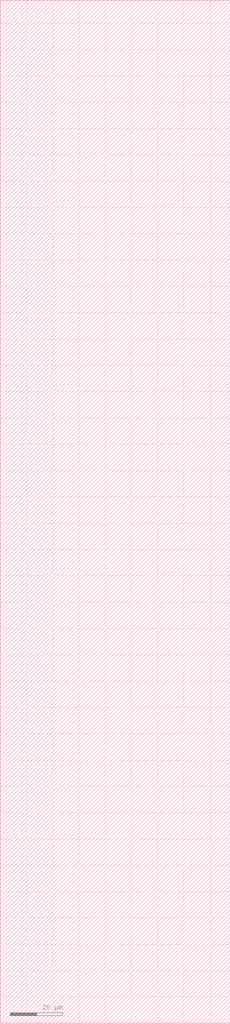
<source format=lef>
MACRO MAS4439
     SIZE 53.300 BY 196.200 ;
END MAS4439

MACRO MAS4440
     SIZE 54.600 BY 67.500 ;
END MAS4440

MACRO MAS4441
     SIZE 34.100 BY 36.900 ;
END MAS4441

MACRO MAS4447
     SIZE 32.300 BY 44.100 ;
END MAS4447

MACRO MAS4448
     SIZE 53.300 BY 134.100 ;
END MAS4448

MACRO MAS4449
     SIZE 34.100 BY 36.900 ;
END MAS4449

MACRO MAS4453
     SIZE 73.700 BY 90.900 ;
END MAS4453

MACRO MAS4454
     SIZE 64.400 BY 66.600 ;
END MAS4454

MACRO MAS4455
     SIZE 32.100 BY 32.400 ;
END MAS4455

MACRO MAS4457
     SIZE 31.500 BY 144.000 ;
END MAS4457

MACRO MAS4459
     SIZE 100.900 BY 90.900 ;
END MAS4459

MACRO MAS4460
     SIZE 64.400 BY 66.600 ;
END MAS4460

MACRO MAS4461
     SIZE 29.400 BY 27.000 ;
END MAS4461

MACRO MAS4463
     SIZE 73.700 BY 90.900 ;
END MAS4463

MACRO MAS4464
     SIZE 32.100 BY 32.400 ;
END MAS4464

MACRO MAS4466
     SIZE 100.900 BY 90.900 ;
END MAS4466

MACRO MAS4467
     SIZE 29.400 BY 27.000 ;
END MAS4467

MACRO MAS4469
     SIZE 100.900 BY 90.000 ;
END MAS4469

MACRO MAS4470
     SIZE 64.400 BY 67.500 ;
END MAS4470

MACRO MAS4471
     SIZE 29.400 BY 27.900 ;
END MAS4471

MACRO MAS4472
     SIZE 73.700 BY 90.000 ;
END MAS4472

MACRO MAS4473
     SIZE 32.100 BY 31.500 ;
END MAS4473

MACRO MAS4474
     SIZE 100.900 BY 90.000 ;
END MAS4474

MACRO MAS4476
     SIZE 100.900 BY 90.000 ;
END MAS4476

MACRO MAS4477
     SIZE 73.700 BY 90.000 ;
END MAS4477

MACRO MAS4478
     SIZE 32.100 BY 31.500 ;
END MAS4478

MACRO MAS4479
     SIZE 100.900 BY 90.000 ;
END MAS4479

MACRO MAS4483
     SIZE 31.500 BY 243.900 ;
END MAS4483

MACRO MAS4484
     SIZE 31.500 BY 243.900 ;
END MAS4484

MACRO MAS4489
     SIZE 87.600 BY 387.900 ;
END MAS4489

MACRO MAS4490
     SIZE 54.600 BY 67.500 ;
END MAS4490

MACRO MAS4491
     SIZE 23.200 BY 29.700 ;
END MAS4491

MACRO MAS4492
     SIZE 87.600 BY 387.900 ;
END MAS4492

MACRO MAS4493
     SIZE 23.200 BY 29.700 ;
END MAS4493

MACRO MAS4494
     SIZE 87.600 BY 388.800 ;
END MAS4494

MACRO MAS4495
     SIZE 23.200 BY 29.700 ;
END MAS4495

MACRO MAS4496
     SIZE 87.600 BY 387.000 ;
END MAS4496

MACRO MAS4497
     SIZE 87.600 BY 387.900 ;
END MAS4497

MACRO MAS4498
     SIZE 87.600 BY 387.900 ;
END MAS4498

MACRO MAS4499
     SIZE 23.200 BY 29.700 ;
END MAS4499

MACRO MAS4500
     SIZE 87.600 BY 388.800 ;
END MAS4500

MACRO MAS4501
     SIZE 87.600 BY 388.800 ;
END MAS4501

MACRO MAS4502
     SIZE 41.200 BY 765.900 ;
END MAS4502

MACRO MAS4503
     SIZE 71.600 BY 81.000 ;
END MAS4503

MACRO MAS4504
     SIZE 29.200 BY 35.100 ;
END MAS4504

MACRO MAS4505
     SIZE 41.200 BY 765.000 ;
END MAS4505

MACRO MAS4506
     SIZE 29.200 BY 36.000 ;
END MAS4506

MACRO MAS4507
     SIZE 41.200 BY 765.000 ;
END MAS4507

MACRO MAS4508
     SIZE 41.200 BY 765.000 ;
END MAS4508

MACRO MAS4509
     SIZE 29.200 BY 36.000 ;
END MAS4509

MACRO MAS4510
     SIZE 41.200 BY 765.000 ;
END MAS4510

MACRO MAS4511
     SIZE 29.200 BY 36.000 ;
END MAS4511

MACRO MAS4512
     SIZE 41.200 BY 765.000 ;
END MAS4512

MACRO MAS4514
     SIZE 18.900 BY 259.200 ;
END MAS4514

MACRO MAS4515
     SIZE 18.900 BY 259.200 ;
END MAS4515

MACRO MAS4516
     SIZE 18.900 BY 110.700 ;
END MAS4516

MACRO MAS4518
     SIZE 31.500 BY 119.700 ;
END MAS4518

MACRO MAS4520
     SIZE 31.500 BY 119.700 ;
END MAS4520

MACRO MAS4521
     SIZE 18.900 BY 252.900 ;
END MAS4521

MACRO MAS4523
     SIZE 18.900 BY 252.900 ;
END MAS4523

MACRO MAS4524
     SIZE 31.500 BY 173.700 ;
END MAS4524

MACRO MAS4525
     SIZE 31.500 BY 173.700 ;
END MAS4525

MACRO MAS4526
     SIZE 18.900 BY 110.700 ;
END MAS4526

MACRO MAS4527
     SIZE 31.500 BY 119.700 ;
END MAS4527

MACRO MAS4528
     SIZE 29.400 BY 27.000 ;
END MAS4528

MACRO MAS4529
     SIZE 73.700 BY 90.900 ;
END MAS4529

MACRO MAS4530
     SIZE 32.100 BY 32.400 ;
END MAS4530

MACRO MAS4532
     SIZE 29.400 BY 27.000 ;
END MAS4532

MACRO MAS4533
     SIZE 64.400 BY 66.600 ;
END MAS4533

MACRO MAS4534
     SIZE 73.700 BY 90.000 ;
END MAS4534

MACRO MAS4535
     SIZE 12.600 BY 92.700 ;
END MAS4535

MACRO MAS4536
     SIZE 31.500 BY 173.700 ;
END MAS4536

MACRO MAS4537
     SIZE 40.400 BY 208.800 ;
END MAS4537

MACRO MAS4538
     SIZE 71.600 BY 81.000 ;
END MAS4538

MACRO MAS4539
     SIZE 21.700 BY 20.700 ;
END MAS4539

MACRO MAS4540
     SIZE 40.400 BY 778.500 ;
END MAS4540

MACRO MAS4541
     SIZE 29.200 BY 35.100 ;
END MAS4541

MACRO MAS4542
     SIZE 18.900 BY 110.700 ;
END MAS4542

MACRO MAS4543
     SIZE 31.500 BY 119.700 ;
END MAS4543

MACRO MAS4544
     SIZE 18.900 BY 252.900 ;
END MAS4544

MACRO MAS4545
     SIZE 12.600 BY 237.600 ;
END MAS4545

MACRO MAS4546
     SIZE 12.600 BY 237.600 ;
END MAS4546

MACRO MAS4547
     SIZE 12.600 BY 237.600 ;
END MAS4547

MACRO MAS4572
     SIZE 7.300 BY 7.200 ;
END MAS4572

MACRO MAS4718
     SIZE 7.300 BY 7.200 ;
END MAS4718

END LIBRARY

</source>
